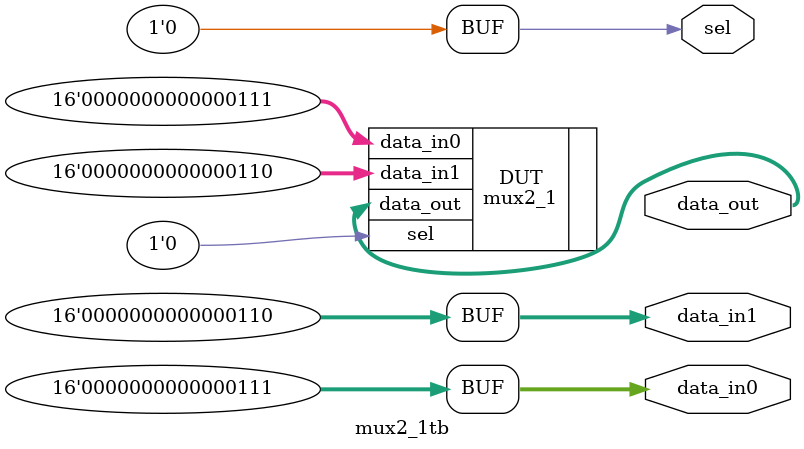
<source format=v>
module mux2_1tb(
  output reg [15 :0] data_in1, data_in0,
  output reg sel,
  output [15: 0] data_out
);

mux2_1 DUT
  ( .data_in1(data_in1),
    .data_in0(data_in0),
    .sel(sel),
    .data_out(data_out)
  
  );

integer i;
initial begin 
  {sel, data_in1, data_in0} = 33'd0;
end 

initial begin
  #50 sel = 1'b1;
  #50 sel = 1'b0;  
end

initial begin
  #25 data_in1 = 16'd5;
   data_in0 = 16'd4;
  #30 data_in1 = 16'd6;
    data_in0 = 16'd7;
end

endmodule

</source>
